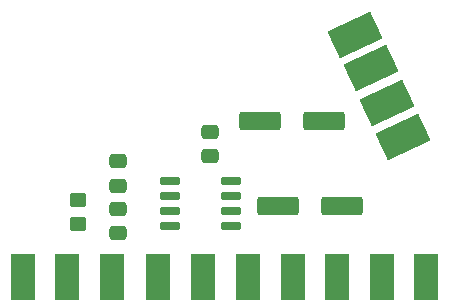
<source format=gbr>
%TF.GenerationSoftware,KiCad,Pcbnew,8.0.0*%
%TF.CreationDate,2025-10-17T20:28:49+03:00*%
%TF.ProjectId,SCART_Cable_Breakout,53434152-545f-4436-9162-6c655f427265,rev?*%
%TF.SameCoordinates,Original*%
%TF.FileFunction,Paste,Bot*%
%TF.FilePolarity,Positive*%
%FSLAX46Y46*%
G04 Gerber Fmt 4.6, Leading zero omitted, Abs format (unit mm)*
G04 Created by KiCad (PCBNEW 8.0.0) date 2025-10-17 20:28:49*
%MOMM*%
%LPD*%
G01*
G04 APERTURE LIST*
G04 Aperture macros list*
%AMRoundRect*
0 Rectangle with rounded corners*
0 $1 Rounding radius*
0 $2 $3 $4 $5 $6 $7 $8 $9 X,Y pos of 4 corners*
0 Add a 4 corners polygon primitive as box body*
4,1,4,$2,$3,$4,$5,$6,$7,$8,$9,$2,$3,0*
0 Add four circle primitives for the rounded corners*
1,1,$1+$1,$2,$3*
1,1,$1+$1,$4,$5*
1,1,$1+$1,$6,$7*
1,1,$1+$1,$8,$9*
0 Add four rect primitives between the rounded corners*
20,1,$1+$1,$2,$3,$4,$5,0*
20,1,$1+$1,$4,$5,$6,$7,0*
20,1,$1+$1,$6,$7,$8,$9,0*
20,1,$1+$1,$8,$9,$2,$3,0*%
%AMRotRect*
0 Rectangle, with rotation*
0 The origin of the aperture is its center*
0 $1 length*
0 $2 width*
0 $3 Rotation angle, in degrees counterclockwise*
0 Add horizontal line*
21,1,$1,$2,0,0,$3*%
G04 Aperture macros list end*
%ADD10R,2.000000X4.000000*%
%ADD11RotRect,4.000000X2.500000X205.100000*%
%ADD12RoundRect,0.250000X0.475000X-0.337500X0.475000X0.337500X-0.475000X0.337500X-0.475000X-0.337500X0*%
%ADD13RoundRect,0.250000X-1.500000X-0.550000X1.500000X-0.550000X1.500000X0.550000X-1.500000X0.550000X0*%
%ADD14RoundRect,0.250000X0.450000X-0.350000X0.450000X0.350000X-0.450000X0.350000X-0.450000X-0.350000X0*%
%ADD15RoundRect,0.150000X-0.725000X-0.150000X0.725000X-0.150000X0.725000X0.150000X-0.725000X0.150000X0*%
G04 APERTURE END LIST*
D10*
%TO.C,J1*%
X109600000Y-101250000D03*
X105800000Y-101250000D03*
X102000000Y-101250000D03*
X98290000Y-101250000D03*
X94490000Y-101250000D03*
X90690000Y-101250000D03*
X86890000Y-101250000D03*
X83000000Y-101250000D03*
X79200000Y-101250000D03*
X75400000Y-101250000D03*
%TD*%
D11*
%TO.C,J2*%
X103572539Y-80783384D03*
X104887557Y-83590648D03*
X106244996Y-86488467D03*
X107602433Y-89386288D03*
%TD*%
D12*
%TO.C,C5*%
X83500000Y-93537500D03*
X83500000Y-91462500D03*
%TD*%
D13*
%TO.C,C7*%
X95550000Y-88000000D03*
X100950000Y-88000000D03*
%TD*%
D12*
%TO.C,C4*%
X83500000Y-97537500D03*
X83500000Y-95462500D03*
%TD*%
%TO.C,C6*%
X91250000Y-91037500D03*
X91250000Y-88962500D03*
%TD*%
D14*
%TO.C,R1*%
X80100000Y-96750000D03*
X80100000Y-94750000D03*
%TD*%
D13*
%TO.C,C8*%
X97050000Y-95250000D03*
X102450000Y-95250000D03*
%TD*%
D15*
%TO.C,U1*%
X87925000Y-96905000D03*
X87925000Y-95635000D03*
X87925000Y-94365000D03*
X87925000Y-93095000D03*
X93075000Y-93095000D03*
X93075000Y-94365000D03*
X93075000Y-95635000D03*
X93075000Y-96905000D03*
%TD*%
M02*

</source>
